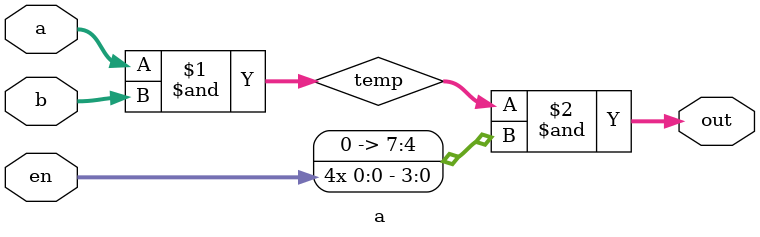
<source format=v>
`timescale	1ns	/	1ps


module	a(input	en,	input	[3:0]	a,	input	[3:0]	b,	output[7:0]	out);	

    wire [3:0] temp;
    
    assign temp = a & b;
    
   assign out = temp & {4{en}}; 
endmodule

</source>
